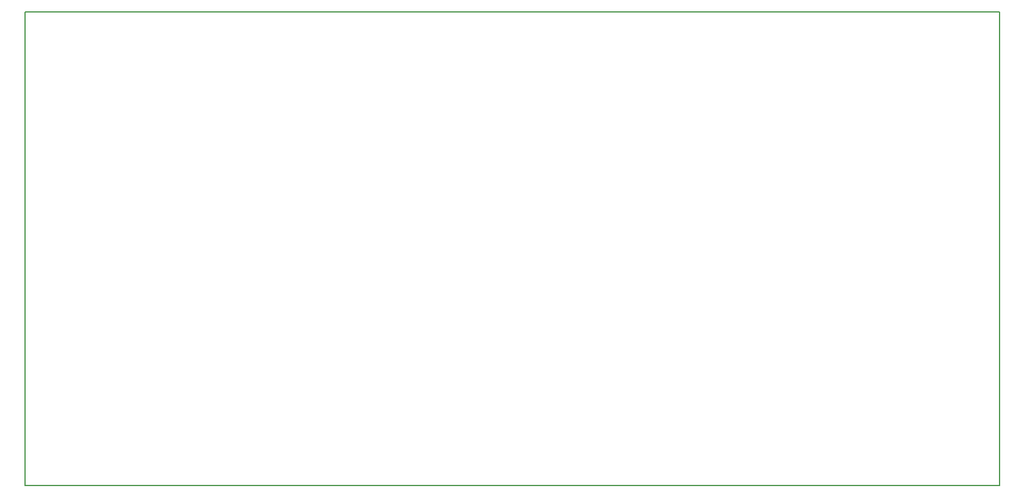
<source format=gbr>
G04 #@! TF.FileFunction,Profile,NP*
%FSLAX46Y46*%
G04 Gerber Fmt 4.6, Leading zero omitted, Abs format (unit mm)*
G04 Created by KiCad (PCBNEW 4.0.4-stable) date 11/17/16 14:27:39*
%MOMM*%
%LPD*%
G01*
G04 APERTURE LIST*
%ADD10C,0.100000*%
%ADD11C,0.150000*%
G04 APERTURE END LIST*
D10*
D11*
X41148000Y-135255000D02*
X41148000Y-67945000D01*
X179578000Y-135255000D02*
X41148000Y-135255000D01*
X179578000Y-67945000D02*
X179578000Y-135255000D01*
X41148000Y-67945000D02*
X179578000Y-67945000D01*
M02*

</source>
